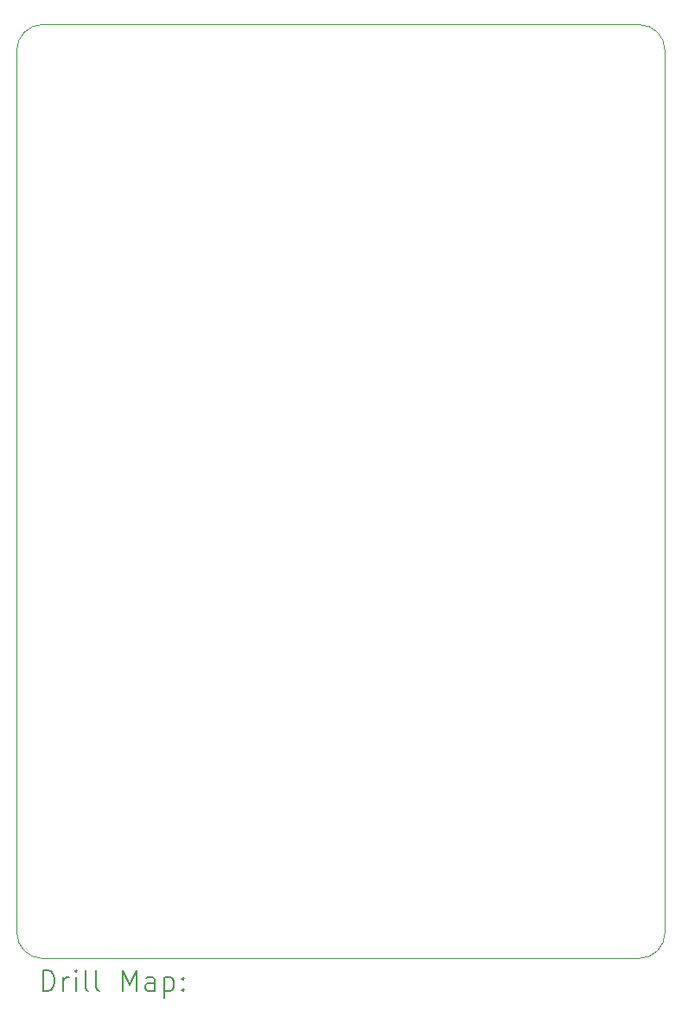
<source format=gbr>
%TF.GenerationSoftware,KiCad,Pcbnew,7.0.10*%
%TF.CreationDate,2024-03-17T22:01:36+02:00*%
%TF.ProjectId,MasterShield,4d617374-6572-4536-9869-656c642e6b69,rev?*%
%TF.SameCoordinates,Original*%
%TF.FileFunction,Drillmap*%
%TF.FilePolarity,Positive*%
%FSLAX45Y45*%
G04 Gerber Fmt 4.5, Leading zero omitted, Abs format (unit mm)*
G04 Created by KiCad (PCBNEW 7.0.10) date 2024-03-17 22:01:36*
%MOMM*%
%LPD*%
G01*
G04 APERTURE LIST*
%ADD10C,0.100000*%
%ADD11C,0.200000*%
G04 APERTURE END LIST*
D10*
X19558000Y-13462000D02*
G75*
G03*
X19812000Y-13716000I254000J0D01*
G01*
X19812000Y-4572000D02*
G75*
G03*
X19558000Y-4826000I0J-254000D01*
G01*
X25654000Y-13716000D02*
X20066000Y-13716000D01*
X20066000Y-13716000D02*
X19812000Y-13716000D01*
X19558000Y-13462000D02*
X19558000Y-4826000D01*
X25654000Y-13716000D02*
G75*
G03*
X25908000Y-13462000I0J254000D01*
G01*
X19812000Y-4572000D02*
X25654000Y-4572000D01*
X25908000Y-4826000D02*
X25908000Y-13462000D01*
X25908000Y-4826000D02*
G75*
G03*
X25654000Y-4572000I-254000J0D01*
G01*
D11*
X19813777Y-14032484D02*
X19813777Y-13832484D01*
X19813777Y-13832484D02*
X19861396Y-13832484D01*
X19861396Y-13832484D02*
X19889967Y-13842008D01*
X19889967Y-13842008D02*
X19909015Y-13861055D01*
X19909015Y-13861055D02*
X19918539Y-13880103D01*
X19918539Y-13880103D02*
X19928063Y-13918198D01*
X19928063Y-13918198D02*
X19928063Y-13946769D01*
X19928063Y-13946769D02*
X19918539Y-13984865D01*
X19918539Y-13984865D02*
X19909015Y-14003912D01*
X19909015Y-14003912D02*
X19889967Y-14022960D01*
X19889967Y-14022960D02*
X19861396Y-14032484D01*
X19861396Y-14032484D02*
X19813777Y-14032484D01*
X20013777Y-14032484D02*
X20013777Y-13899150D01*
X20013777Y-13937246D02*
X20023301Y-13918198D01*
X20023301Y-13918198D02*
X20032824Y-13908674D01*
X20032824Y-13908674D02*
X20051872Y-13899150D01*
X20051872Y-13899150D02*
X20070920Y-13899150D01*
X20137586Y-14032484D02*
X20137586Y-13899150D01*
X20137586Y-13832484D02*
X20128063Y-13842008D01*
X20128063Y-13842008D02*
X20137586Y-13851531D01*
X20137586Y-13851531D02*
X20147110Y-13842008D01*
X20147110Y-13842008D02*
X20137586Y-13832484D01*
X20137586Y-13832484D02*
X20137586Y-13851531D01*
X20261396Y-14032484D02*
X20242348Y-14022960D01*
X20242348Y-14022960D02*
X20232824Y-14003912D01*
X20232824Y-14003912D02*
X20232824Y-13832484D01*
X20366158Y-14032484D02*
X20347110Y-14022960D01*
X20347110Y-14022960D02*
X20337586Y-14003912D01*
X20337586Y-14003912D02*
X20337586Y-13832484D01*
X20594729Y-14032484D02*
X20594729Y-13832484D01*
X20594729Y-13832484D02*
X20661396Y-13975341D01*
X20661396Y-13975341D02*
X20728063Y-13832484D01*
X20728063Y-13832484D02*
X20728063Y-14032484D01*
X20909015Y-14032484D02*
X20909015Y-13927722D01*
X20909015Y-13927722D02*
X20899491Y-13908674D01*
X20899491Y-13908674D02*
X20880444Y-13899150D01*
X20880444Y-13899150D02*
X20842348Y-13899150D01*
X20842348Y-13899150D02*
X20823301Y-13908674D01*
X20909015Y-14022960D02*
X20889967Y-14032484D01*
X20889967Y-14032484D02*
X20842348Y-14032484D01*
X20842348Y-14032484D02*
X20823301Y-14022960D01*
X20823301Y-14022960D02*
X20813777Y-14003912D01*
X20813777Y-14003912D02*
X20813777Y-13984865D01*
X20813777Y-13984865D02*
X20823301Y-13965817D01*
X20823301Y-13965817D02*
X20842348Y-13956293D01*
X20842348Y-13956293D02*
X20889967Y-13956293D01*
X20889967Y-13956293D02*
X20909015Y-13946769D01*
X21004253Y-13899150D02*
X21004253Y-14099150D01*
X21004253Y-13908674D02*
X21023301Y-13899150D01*
X21023301Y-13899150D02*
X21061396Y-13899150D01*
X21061396Y-13899150D02*
X21080444Y-13908674D01*
X21080444Y-13908674D02*
X21089967Y-13918198D01*
X21089967Y-13918198D02*
X21099491Y-13937246D01*
X21099491Y-13937246D02*
X21099491Y-13994388D01*
X21099491Y-13994388D02*
X21089967Y-14013436D01*
X21089967Y-14013436D02*
X21080444Y-14022960D01*
X21080444Y-14022960D02*
X21061396Y-14032484D01*
X21061396Y-14032484D02*
X21023301Y-14032484D01*
X21023301Y-14032484D02*
X21004253Y-14022960D01*
X21185205Y-14013436D02*
X21194729Y-14022960D01*
X21194729Y-14022960D02*
X21185205Y-14032484D01*
X21185205Y-14032484D02*
X21175682Y-14022960D01*
X21175682Y-14022960D02*
X21185205Y-14013436D01*
X21185205Y-14013436D02*
X21185205Y-14032484D01*
X21185205Y-13908674D02*
X21194729Y-13918198D01*
X21194729Y-13918198D02*
X21185205Y-13927722D01*
X21185205Y-13927722D02*
X21175682Y-13918198D01*
X21175682Y-13918198D02*
X21185205Y-13908674D01*
X21185205Y-13908674D02*
X21185205Y-13927722D01*
M02*

</source>
